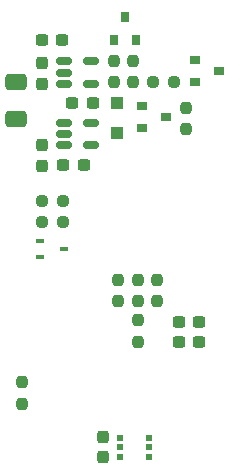
<source format=gbp>
G04 #@! TF.GenerationSoftware,KiCad,Pcbnew,7.0.11-2.fc39*
G04 #@! TF.CreationDate,2024-05-22T12:02:30+02:00*
G04 #@! TF.ProjectId,home_automation_module_std,686f6d65-5f61-4757-946f-6d6174696f6e,1.0*
G04 #@! TF.SameCoordinates,Original*
G04 #@! TF.FileFunction,Paste,Bot*
G04 #@! TF.FilePolarity,Positive*
%FSLAX46Y46*%
G04 Gerber Fmt 4.6, Leading zero omitted, Abs format (unit mm)*
G04 Created by KiCad (PCBNEW 7.0.11-2.fc39) date 2024-05-22 12:02:30*
%MOMM*%
%LPD*%
G01*
G04 APERTURE LIST*
G04 Aperture macros list*
%AMRoundRect*
0 Rectangle with rounded corners*
0 $1 Rounding radius*
0 $2 $3 $4 $5 $6 $7 $8 $9 X,Y pos of 4 corners*
0 Add a 4 corners polygon primitive as box body*
4,1,4,$2,$3,$4,$5,$6,$7,$8,$9,$2,$3,0*
0 Add four circle primitives for the rounded corners*
1,1,$1+$1,$2,$3*
1,1,$1+$1,$4,$5*
1,1,$1+$1,$6,$7*
1,1,$1+$1,$8,$9*
0 Add four rect primitives between the rounded corners*
20,1,$1+$1,$2,$3,$4,$5,0*
20,1,$1+$1,$4,$5,$6,$7,0*
20,1,$1+$1,$6,$7,$8,$9,0*
20,1,$1+$1,$8,$9,$2,$3,0*%
G04 Aperture macros list end*
%ADD10RoundRect,0.237500X-0.237500X0.250000X-0.237500X-0.250000X0.237500X-0.250000X0.237500X0.250000X0*%
%ADD11R,0.900000X0.800000*%
%ADD12RoundRect,0.237500X-0.300000X-0.237500X0.300000X-0.237500X0.300000X0.237500X-0.300000X0.237500X0*%
%ADD13RoundRect,0.237500X-0.250000X-0.237500X0.250000X-0.237500X0.250000X0.237500X-0.250000X0.237500X0*%
%ADD14RoundRect,0.237500X-0.237500X0.300000X-0.237500X-0.300000X0.237500X-0.300000X0.237500X0.300000X0*%
%ADD15RoundRect,0.237500X0.300000X0.237500X-0.300000X0.237500X-0.300000X-0.237500X0.300000X-0.237500X0*%
%ADD16R,0.600000X0.500000*%
%ADD17RoundRect,0.237500X0.237500X-0.250000X0.237500X0.250000X-0.237500X0.250000X-0.237500X-0.250000X0*%
%ADD18RoundRect,0.150000X-0.512500X-0.150000X0.512500X-0.150000X0.512500X0.150000X-0.512500X0.150000X0*%
%ADD19RoundRect,0.237500X0.250000X0.237500X-0.250000X0.237500X-0.250000X-0.237500X0.250000X-0.237500X0*%
%ADD20R,0.700000X0.450000*%
%ADD21R,0.800000X0.900000*%
%ADD22RoundRect,0.250000X-0.650000X0.412500X-0.650000X-0.412500X0.650000X-0.412500X0.650000X0.412500X0*%
%ADD23R,1.000000X1.000000*%
%ADD24RoundRect,0.237500X0.237500X-0.300000X0.237500X0.300000X-0.237500X0.300000X-0.237500X-0.300000X0*%
G04 APERTURE END LIST*
D10*
X98171000Y-65485000D03*
X98171000Y-67310000D03*
X88392000Y-74144500D03*
X88392000Y-75969500D03*
D11*
X103029000Y-48763000D03*
X103029000Y-46863000D03*
X105029000Y-47813000D03*
D12*
X101653000Y-69088000D03*
X103378000Y-69088000D03*
D13*
X90048786Y-60579000D03*
X91873786Y-60579000D03*
D14*
X90043000Y-54102000D03*
X90043000Y-55827000D03*
D10*
X96139000Y-46943000D03*
X96139000Y-48768000D03*
D15*
X94361000Y-50546000D03*
X92636000Y-50546000D03*
D16*
X99110800Y-78867000D03*
X99110800Y-79679800D03*
X99110800Y-80467200D03*
X96647000Y-80467200D03*
X96647000Y-79679800D03*
X96647000Y-78867000D03*
D17*
X97790000Y-48768000D03*
X97790000Y-46943000D03*
D18*
X91959000Y-54102000D03*
X91959000Y-53152000D03*
X91959000Y-52202000D03*
X94234000Y-52202000D03*
X94234000Y-54102000D03*
D15*
X91794500Y-45212000D03*
X90069500Y-45212000D03*
D12*
X101653000Y-70739000D03*
X103378000Y-70739000D03*
D11*
X98552000Y-52639000D03*
X98552000Y-50739000D03*
X100552000Y-51689000D03*
D19*
X91873786Y-58828000D03*
X90048786Y-58828000D03*
D10*
X102235000Y-50903500D03*
X102235000Y-52728500D03*
X99822000Y-65485000D03*
X99822000Y-67310000D03*
D20*
X89932000Y-63530000D03*
X89932000Y-62230000D03*
X91932000Y-62880000D03*
D21*
X98044000Y-45212000D03*
X96144000Y-45212000D03*
X97094000Y-43212000D03*
D18*
X91959000Y-48890000D03*
X91959000Y-47940000D03*
X91959000Y-46990000D03*
X94234000Y-46990000D03*
X94234000Y-48890000D03*
D22*
X87884000Y-48768000D03*
X87884000Y-51893000D03*
D19*
X101266000Y-48768000D03*
X99441000Y-48768000D03*
D23*
X96393000Y-50546000D03*
X96393000Y-53046000D03*
D24*
X90043000Y-48868500D03*
X90043000Y-47143500D03*
D17*
X98171000Y-70739000D03*
X98171000Y-68914000D03*
D10*
X96520000Y-65485000D03*
X96520000Y-67310000D03*
D15*
X93599000Y-55753000D03*
X91874000Y-55753000D03*
D14*
X95250000Y-78793000D03*
X95250000Y-80518000D03*
M02*

</source>
